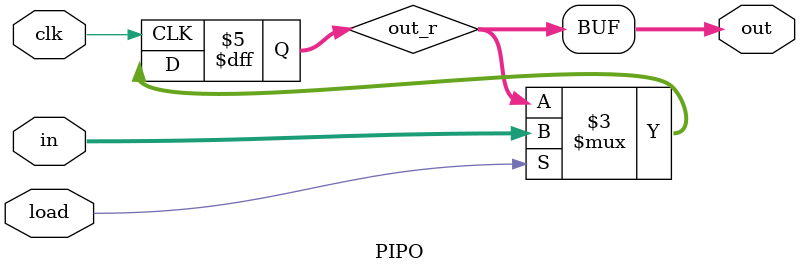
<source format=v>

module PIPO #(parameter pipo_width=8)
( input clk,load,
  input [pipo_width-1:0]in,
  output [pipo_width-1:0]out);

 reg [pipo_width-1:0]out_r;

 assign out=out_r;

 always @ (posedge clk)
 begin
	if (load)
	begin
	out_r <= in; 
	end
	else
	out_r <= out_r;
 end
endmodule

</source>
